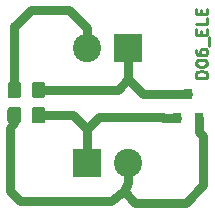
<source format=gbr>
G04 #@! TF.GenerationSoftware,KiCad,Pcbnew,5.1.5-52549c5~86~ubuntu18.04.1*
G04 #@! TF.CreationDate,2020-11-03T13:42:11-05:00*
G04 #@! TF.ProjectId,D06,4430362e-6b69-4636-9164-5f7063625858,rev?*
G04 #@! TF.SameCoordinates,Original*
G04 #@! TF.FileFunction,Copper,L1,Top*
G04 #@! TF.FilePolarity,Positive*
%FSLAX46Y46*%
G04 Gerber Fmt 4.6, Leading zero omitted, Abs format (unit mm)*
G04 Created by KiCad (PCBNEW 5.1.5-52549c5~86~ubuntu18.04.1) date 2020-11-03 13:42:11*
%MOMM*%
%LPD*%
G04 APERTURE LIST*
%ADD10C,0.250000*%
%ADD11C,0.100000*%
%ADD12R,0.800000X0.900000*%
%ADD13C,2.400000*%
%ADD14R,2.400000X2.400000*%
%ADD15C,0.750000*%
G04 APERTURE END LIST*
D10*
X37358580Y-26552161D02*
X36358580Y-26552161D01*
X36358580Y-26314066D01*
X36406200Y-26171209D01*
X36501438Y-26075971D01*
X36596676Y-26028352D01*
X36787152Y-25980733D01*
X36930009Y-25980733D01*
X37120485Y-26028352D01*
X37215723Y-26075971D01*
X37310961Y-26171209D01*
X37358580Y-26314066D01*
X37358580Y-26552161D01*
X36358580Y-25361685D02*
X36358580Y-25266447D01*
X36406200Y-25171209D01*
X36453819Y-25123590D01*
X36549057Y-25075971D01*
X36739533Y-25028352D01*
X36977628Y-25028352D01*
X37168104Y-25075971D01*
X37263342Y-25123590D01*
X37310961Y-25171209D01*
X37358580Y-25266447D01*
X37358580Y-25361685D01*
X37310961Y-25456923D01*
X37263342Y-25504542D01*
X37168104Y-25552161D01*
X36977628Y-25599780D01*
X36739533Y-25599780D01*
X36549057Y-25552161D01*
X36453819Y-25504542D01*
X36406200Y-25456923D01*
X36358580Y-25361685D01*
X36358580Y-24171209D02*
X36358580Y-24361685D01*
X36406200Y-24456923D01*
X36453819Y-24504542D01*
X36596676Y-24599780D01*
X36787152Y-24647400D01*
X37168104Y-24647400D01*
X37263342Y-24599780D01*
X37310961Y-24552161D01*
X37358580Y-24456923D01*
X37358580Y-24266447D01*
X37310961Y-24171209D01*
X37263342Y-24123590D01*
X37168104Y-24075971D01*
X36930009Y-24075971D01*
X36834771Y-24123590D01*
X36787152Y-24171209D01*
X36739533Y-24266447D01*
X36739533Y-24456923D01*
X36787152Y-24552161D01*
X36834771Y-24599780D01*
X36930009Y-24647400D01*
X37453819Y-23885495D02*
X37453819Y-23123590D01*
X36834771Y-22885495D02*
X36834771Y-22552161D01*
X37358580Y-22409304D02*
X37358580Y-22885495D01*
X36358580Y-22885495D01*
X36358580Y-22409304D01*
X37358580Y-21504542D02*
X37358580Y-21980733D01*
X36358580Y-21980733D01*
X36834771Y-21171209D02*
X36834771Y-20837876D01*
X37358580Y-20695019D02*
X37358580Y-21171209D01*
X36358580Y-21171209D01*
X36358580Y-20695019D01*
G04 #@! TA.AperFunction,SMDPad,CuDef*
D11*
G36*
X21346305Y-29019204D02*
G01*
X21370573Y-29022804D01*
X21394372Y-29028765D01*
X21417471Y-29037030D01*
X21439650Y-29047520D01*
X21460693Y-29060132D01*
X21480399Y-29074747D01*
X21498577Y-29091223D01*
X21515053Y-29109401D01*
X21529668Y-29129107D01*
X21542280Y-29150150D01*
X21552770Y-29172329D01*
X21561035Y-29195428D01*
X21566996Y-29219227D01*
X21570596Y-29243495D01*
X21571800Y-29267999D01*
X21571800Y-30168001D01*
X21570596Y-30192505D01*
X21566996Y-30216773D01*
X21561035Y-30240572D01*
X21552770Y-30263671D01*
X21542280Y-30285850D01*
X21529668Y-30306893D01*
X21515053Y-30326599D01*
X21498577Y-30344777D01*
X21480399Y-30361253D01*
X21460693Y-30375868D01*
X21439650Y-30388480D01*
X21417471Y-30398970D01*
X21394372Y-30407235D01*
X21370573Y-30413196D01*
X21346305Y-30416796D01*
X21321801Y-30418000D01*
X20671799Y-30418000D01*
X20647295Y-30416796D01*
X20623027Y-30413196D01*
X20599228Y-30407235D01*
X20576129Y-30398970D01*
X20553950Y-30388480D01*
X20532907Y-30375868D01*
X20513201Y-30361253D01*
X20495023Y-30344777D01*
X20478547Y-30326599D01*
X20463932Y-30306893D01*
X20451320Y-30285850D01*
X20440830Y-30263671D01*
X20432565Y-30240572D01*
X20426604Y-30216773D01*
X20423004Y-30192505D01*
X20421800Y-30168001D01*
X20421800Y-29267999D01*
X20423004Y-29243495D01*
X20426604Y-29219227D01*
X20432565Y-29195428D01*
X20440830Y-29172329D01*
X20451320Y-29150150D01*
X20463932Y-29129107D01*
X20478547Y-29109401D01*
X20495023Y-29091223D01*
X20513201Y-29074747D01*
X20532907Y-29060132D01*
X20553950Y-29047520D01*
X20576129Y-29037030D01*
X20599228Y-29028765D01*
X20623027Y-29022804D01*
X20647295Y-29019204D01*
X20671799Y-29018000D01*
X21321801Y-29018000D01*
X21346305Y-29019204D01*
G37*
G04 #@! TD.AperFunction*
G04 #@! TA.AperFunction,SMDPad,CuDef*
G36*
X23396305Y-29019204D02*
G01*
X23420573Y-29022804D01*
X23444372Y-29028765D01*
X23467471Y-29037030D01*
X23489650Y-29047520D01*
X23510693Y-29060132D01*
X23530399Y-29074747D01*
X23548577Y-29091223D01*
X23565053Y-29109401D01*
X23579668Y-29129107D01*
X23592280Y-29150150D01*
X23602770Y-29172329D01*
X23611035Y-29195428D01*
X23616996Y-29219227D01*
X23620596Y-29243495D01*
X23621800Y-29267999D01*
X23621800Y-30168001D01*
X23620596Y-30192505D01*
X23616996Y-30216773D01*
X23611035Y-30240572D01*
X23602770Y-30263671D01*
X23592280Y-30285850D01*
X23579668Y-30306893D01*
X23565053Y-30326599D01*
X23548577Y-30344777D01*
X23530399Y-30361253D01*
X23510693Y-30375868D01*
X23489650Y-30388480D01*
X23467471Y-30398970D01*
X23444372Y-30407235D01*
X23420573Y-30413196D01*
X23396305Y-30416796D01*
X23371801Y-30418000D01*
X22721799Y-30418000D01*
X22697295Y-30416796D01*
X22673027Y-30413196D01*
X22649228Y-30407235D01*
X22626129Y-30398970D01*
X22603950Y-30388480D01*
X22582907Y-30375868D01*
X22563201Y-30361253D01*
X22545023Y-30344777D01*
X22528547Y-30326599D01*
X22513932Y-30306893D01*
X22501320Y-30285850D01*
X22490830Y-30263671D01*
X22482565Y-30240572D01*
X22476604Y-30216773D01*
X22473004Y-30192505D01*
X22471800Y-30168001D01*
X22471800Y-29267999D01*
X22473004Y-29243495D01*
X22476604Y-29219227D01*
X22482565Y-29195428D01*
X22490830Y-29172329D01*
X22501320Y-29150150D01*
X22513932Y-29129107D01*
X22528547Y-29109401D01*
X22545023Y-29091223D01*
X22563201Y-29074747D01*
X22582907Y-29060132D01*
X22603950Y-29047520D01*
X22626129Y-29037030D01*
X22649228Y-29028765D01*
X22673027Y-29022804D01*
X22697295Y-29019204D01*
X22721799Y-29018000D01*
X23371801Y-29018000D01*
X23396305Y-29019204D01*
G37*
G04 #@! TD.AperFunction*
G04 #@! TA.AperFunction,SMDPad,CuDef*
G36*
X23405305Y-26885604D02*
G01*
X23429573Y-26889204D01*
X23453372Y-26895165D01*
X23476471Y-26903430D01*
X23498650Y-26913920D01*
X23519693Y-26926532D01*
X23539399Y-26941147D01*
X23557577Y-26957623D01*
X23574053Y-26975801D01*
X23588668Y-26995507D01*
X23601280Y-27016550D01*
X23611770Y-27038729D01*
X23620035Y-27061828D01*
X23625996Y-27085627D01*
X23629596Y-27109895D01*
X23630800Y-27134399D01*
X23630800Y-28034401D01*
X23629596Y-28058905D01*
X23625996Y-28083173D01*
X23620035Y-28106972D01*
X23611770Y-28130071D01*
X23601280Y-28152250D01*
X23588668Y-28173293D01*
X23574053Y-28192999D01*
X23557577Y-28211177D01*
X23539399Y-28227653D01*
X23519693Y-28242268D01*
X23498650Y-28254880D01*
X23476471Y-28265370D01*
X23453372Y-28273635D01*
X23429573Y-28279596D01*
X23405305Y-28283196D01*
X23380801Y-28284400D01*
X22730799Y-28284400D01*
X22706295Y-28283196D01*
X22682027Y-28279596D01*
X22658228Y-28273635D01*
X22635129Y-28265370D01*
X22612950Y-28254880D01*
X22591907Y-28242268D01*
X22572201Y-28227653D01*
X22554023Y-28211177D01*
X22537547Y-28192999D01*
X22522932Y-28173293D01*
X22510320Y-28152250D01*
X22499830Y-28130071D01*
X22491565Y-28106972D01*
X22485604Y-28083173D01*
X22482004Y-28058905D01*
X22480800Y-28034401D01*
X22480800Y-27134399D01*
X22482004Y-27109895D01*
X22485604Y-27085627D01*
X22491565Y-27061828D01*
X22499830Y-27038729D01*
X22510320Y-27016550D01*
X22522932Y-26995507D01*
X22537547Y-26975801D01*
X22554023Y-26957623D01*
X22572201Y-26941147D01*
X22591907Y-26926532D01*
X22612950Y-26913920D01*
X22635129Y-26903430D01*
X22658228Y-26895165D01*
X22682027Y-26889204D01*
X22706295Y-26885604D01*
X22730799Y-26884400D01*
X23380801Y-26884400D01*
X23405305Y-26885604D01*
G37*
G04 #@! TD.AperFunction*
G04 #@! TA.AperFunction,SMDPad,CuDef*
G36*
X21355305Y-26885604D02*
G01*
X21379573Y-26889204D01*
X21403372Y-26895165D01*
X21426471Y-26903430D01*
X21448650Y-26913920D01*
X21469693Y-26926532D01*
X21489399Y-26941147D01*
X21507577Y-26957623D01*
X21524053Y-26975801D01*
X21538668Y-26995507D01*
X21551280Y-27016550D01*
X21561770Y-27038729D01*
X21570035Y-27061828D01*
X21575996Y-27085627D01*
X21579596Y-27109895D01*
X21580800Y-27134399D01*
X21580800Y-28034401D01*
X21579596Y-28058905D01*
X21575996Y-28083173D01*
X21570035Y-28106972D01*
X21561770Y-28130071D01*
X21551280Y-28152250D01*
X21538668Y-28173293D01*
X21524053Y-28192999D01*
X21507577Y-28211177D01*
X21489399Y-28227653D01*
X21469693Y-28242268D01*
X21448650Y-28254880D01*
X21426471Y-28265370D01*
X21403372Y-28273635D01*
X21379573Y-28279596D01*
X21355305Y-28283196D01*
X21330801Y-28284400D01*
X20680799Y-28284400D01*
X20656295Y-28283196D01*
X20632027Y-28279596D01*
X20608228Y-28273635D01*
X20585129Y-28265370D01*
X20562950Y-28254880D01*
X20541907Y-28242268D01*
X20522201Y-28227653D01*
X20504023Y-28211177D01*
X20487547Y-28192999D01*
X20472932Y-28173293D01*
X20460320Y-28152250D01*
X20449830Y-28130071D01*
X20441565Y-28106972D01*
X20435604Y-28083173D01*
X20432004Y-28058905D01*
X20430800Y-28034401D01*
X20430800Y-27134399D01*
X20432004Y-27109895D01*
X20435604Y-27085627D01*
X20441565Y-27061828D01*
X20449830Y-27038729D01*
X20460320Y-27016550D01*
X20472932Y-26995507D01*
X20487547Y-26975801D01*
X20504023Y-26957623D01*
X20522201Y-26941147D01*
X20541907Y-26926532D01*
X20562950Y-26913920D01*
X20585129Y-26903430D01*
X20608228Y-26895165D01*
X20632027Y-26889204D01*
X20656295Y-26885604D01*
X20680799Y-26884400D01*
X21330801Y-26884400D01*
X21355305Y-26885604D01*
G37*
G04 #@! TD.AperFunction*
D12*
X35712400Y-27930600D03*
X36662400Y-29930600D03*
X34762400Y-29930600D03*
D13*
X27140000Y-24003000D03*
D14*
X30640000Y-24003000D03*
D13*
X30640000Y-33777000D03*
D14*
X27140000Y-33777000D03*
D15*
X30640000Y-33777000D02*
X30640000Y-35474056D01*
X20600010Y-36094010D02*
X20600010Y-30814790D01*
X20996800Y-30418000D02*
X20996800Y-29718000D01*
X21463000Y-36957000D02*
X20600010Y-36094010D01*
X29157056Y-36957000D02*
X21463000Y-36957000D01*
X20600010Y-30814790D02*
X20996800Y-30418000D01*
X36662400Y-31130600D02*
X36982400Y-31450600D01*
X36662400Y-29930600D02*
X36662400Y-31130600D01*
X36982400Y-31450600D02*
X36982400Y-35636200D01*
X36982400Y-35636200D02*
X35509200Y-37109400D01*
X35509200Y-37109400D02*
X31242000Y-37109400D01*
X30640000Y-35474056D02*
X30276800Y-36144200D01*
X31242000Y-37109400D02*
X30276800Y-36144200D01*
X30276800Y-36144200D02*
X29157056Y-36957000D01*
X33612400Y-29930600D02*
X33577600Y-29895800D01*
X34762400Y-29930600D02*
X33612400Y-29930600D01*
X33577600Y-29895800D02*
X28143200Y-29895800D01*
X27140000Y-30899000D02*
X27140000Y-33777000D01*
X28143200Y-29895800D02*
X27140000Y-30899000D01*
X23621800Y-29718000D02*
X23647200Y-29692600D01*
X23046800Y-29718000D02*
X23621800Y-29718000D01*
X25933600Y-29692600D02*
X27140000Y-30899000D01*
X23647200Y-29692600D02*
X25933600Y-29692600D01*
X22402800Y-20777200D02*
X21018500Y-22161500D01*
X21005800Y-22148800D02*
X21005800Y-27584400D01*
X25611256Y-20777200D02*
X22402800Y-20777200D01*
X21018500Y-22161500D02*
X21005800Y-22148800D01*
X27140000Y-22305944D02*
X25611256Y-20777200D01*
X27140000Y-24003000D02*
X27140000Y-22305944D01*
X23630800Y-27584400D02*
X23656200Y-27609800D01*
X23055800Y-27584400D02*
X23630800Y-27584400D01*
X30640000Y-26687800D02*
X30640000Y-24003000D01*
X23055800Y-27584400D02*
X29743400Y-27584400D01*
X29743400Y-27584400D02*
X30640000Y-26687800D01*
X34562400Y-27930600D02*
X34546400Y-27914600D01*
X35712400Y-27930600D02*
X34562400Y-27930600D01*
X31866800Y-27914600D02*
X30640000Y-26687800D01*
X34546400Y-27914600D02*
X31866800Y-27914600D01*
M02*

</source>
